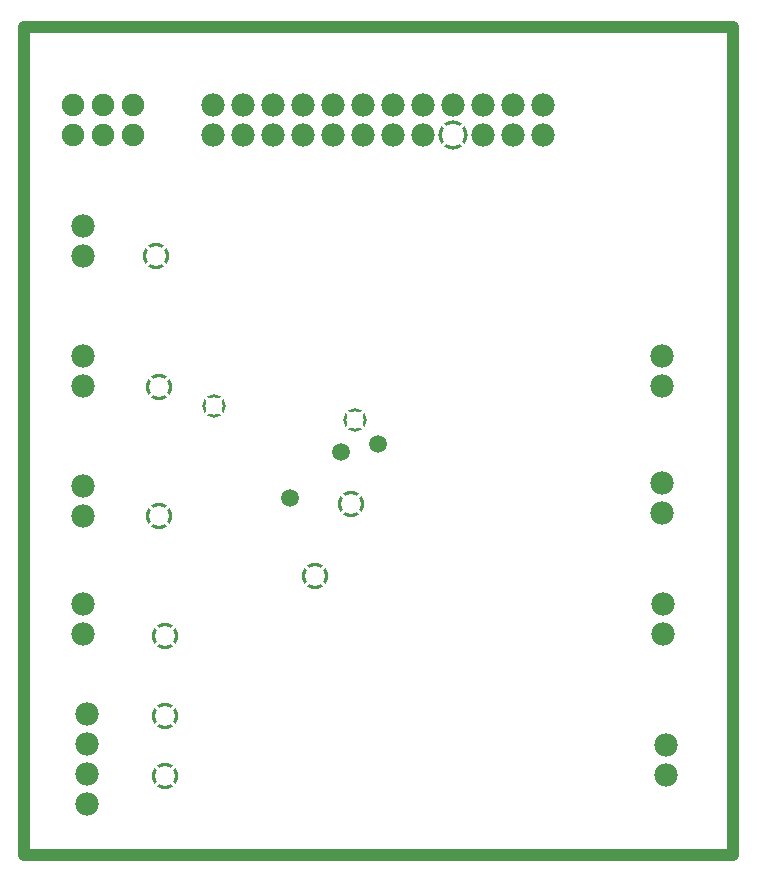
<source format=gbr>
G04 Layer_Physical_Order=2*
G04 Layer_Color=32768*
%FSLAX26Y26*%
%MOIN*%
%TF.FileFunction,Copper,L2,Inr,Plane*%
%TF.Part,Single*%
G01*
G75*
%TA.AperFunction,NonConductor*%
%ADD23C,0.040000*%
%TA.AperFunction,ComponentPad*%
%ADD24C,0.075433*%
%ADD25C,0.077402*%
G04:AMPARAMS|DCode=26|XSize=97.402mil|YSize=97.402mil|CornerRadius=0mil|HoleSize=0mil|Usage=FLASHONLY|Rotation=0.000|XOffset=0mil|YOffset=0mil|HoleType=Round|Shape=Relief|Width=10mil|Gap=10mil|Entries=4|*
%AMTHD26*
7,0,0,0.097402,0.077402,0.010000,45*
%
%ADD26THD26*%
%TA.AperFunction,ViaPad*%
G04:AMPARAMS|DCode=27|XSize=88mil|YSize=88mil|CornerRadius=0mil|HoleSize=0mil|Usage=FLASHONLY|Rotation=0.000|XOffset=0mil|YOffset=0mil|HoleType=Round|Shape=Relief|Width=10mil|Gap=10mil|Entries=4|*
%AMTHD27*
7,0,0,0.088000,0.068000,0.010000,45*
%
%ADD27THD27*%
%ADD28C,0.059685*%
G04:AMPARAMS|DCode=29|XSize=79.685mil|YSize=79.685mil|CornerRadius=0mil|HoleSize=0mil|Usage=FLASHONLY|Rotation=0.000|XOffset=0mil|YOffset=0mil|HoleType=Round|Shape=Relief|Width=10mil|Gap=10mil|Entries=4|*
%AMTHD29*
7,0,0,0.079685,0.059685,0.010000,45*
%
%ADD29THD29*%
D23*
X-39370Y-0D02*
X-39370Y2760000D01*
X2322835Y2760000D01*
X2322834Y-0D02*
X2322835Y2760000D01*
X-39370Y-0D02*
X2322834Y-0D01*
D24*
X123032Y2501575D02*
D03*
X223032D02*
D03*
X323032D02*
D03*
Y2401575D02*
D03*
X223032D02*
D03*
X123032D02*
D03*
D25*
X157480Y2097244D02*
D03*
Y1997244D02*
D03*
X2101063Y365123D02*
D03*
Y265123D02*
D03*
X2086063Y1563150D02*
D03*
Y1663150D02*
D03*
X157480Y1664173D02*
D03*
Y1564173D02*
D03*
X2086063Y1239399D02*
D03*
Y1139399D02*
D03*
X157480Y1231102D02*
D03*
Y1131102D02*
D03*
Y737402D02*
D03*
Y837402D02*
D03*
X2091063Y735649D02*
D03*
Y835649D02*
D03*
X170000Y170000D02*
D03*
Y270000D02*
D03*
Y370000D02*
D03*
Y470000D02*
D03*
X1590551Y2401575D02*
D03*
Y2501575D02*
D03*
X1490551D02*
D03*
X1390551D02*
D03*
X1290551D02*
D03*
X1190551D02*
D03*
X1090551D02*
D03*
X990551D02*
D03*
X890551D02*
D03*
X790551D02*
D03*
X690551D02*
D03*
X590551D02*
D03*
X1490551Y2401575D02*
D03*
X1290551D02*
D03*
X1190551D02*
D03*
X1090551D02*
D03*
X990551D02*
D03*
X890551D02*
D03*
X790551D02*
D03*
X690551D02*
D03*
X590551D02*
D03*
X1690551Y2501575D02*
D03*
Y2401575D02*
D03*
D26*
X1390551D02*
D03*
D27*
X409449Y1559055D02*
D03*
Y1129921D02*
D03*
X431103Y730315D02*
D03*
X429134Y464567D02*
D03*
Y263779D02*
D03*
X1050000Y1170000D02*
D03*
X930000Y930000D02*
D03*
X400000Y1995000D02*
D03*
D28*
X847000Y1189000D02*
D03*
X1015748Y1342520D02*
D03*
X1140000Y1370000D02*
D03*
D29*
X1065000Y1450000D02*
D03*
X595000Y1495000D02*
D03*
%TF.MD5,a3a1a8c09cbd0a3d5952e30baedfe1ee*%
M02*

</source>
